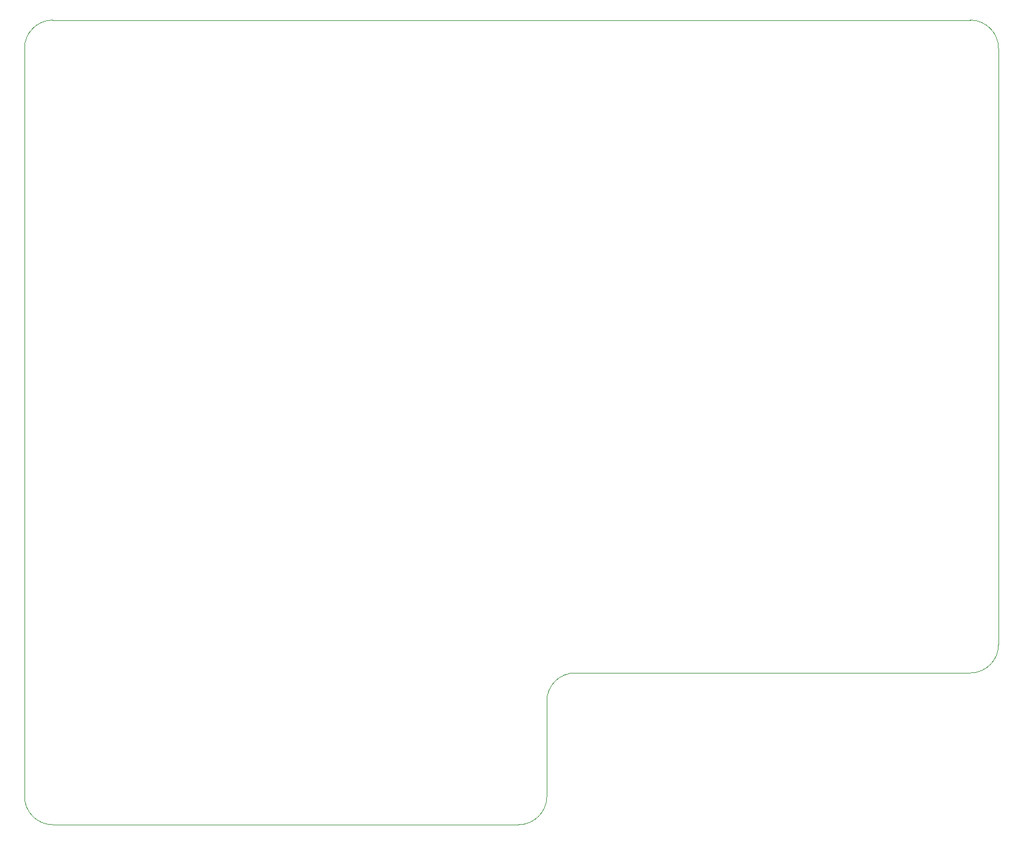
<source format=gbr>
%TF.GenerationSoftware,KiCad,Pcbnew,8.0.1*%
%TF.CreationDate,2024-03-25T17:22:26-07:00*%
%TF.ProjectId,Delay02,44656c61-7930-4322-9e6b-696361645f70,rev?*%
%TF.SameCoordinates,Original*%
%TF.FileFunction,Profile,NP*%
%FSLAX46Y46*%
G04 Gerber Fmt 4.6, Leading zero omitted, Abs format (unit mm)*
G04 Created by KiCad (PCBNEW 8.0.1) date 2024-03-25 17:22:26*
%MOMM*%
%LPD*%
G01*
G04 APERTURE LIST*
%TA.AperFunction,Profile*%
%ADD10C,0.050000*%
%TD*%
G04 APERTURE END LIST*
D10*
X109080000Y-126410000D02*
G75*
G02*
X113080000Y-122410000I4000000J0D01*
G01*
X35080000Y-33910000D02*
G75*
G02*
X39080000Y-29910000I4000000J0D01*
G01*
X39080000Y-29910000D02*
X169080000Y-29910000D01*
X109080000Y-139910000D02*
G75*
G02*
X105080000Y-143910000I-4000000J0D01*
G01*
X39080000Y-143910000D02*
G75*
G02*
X35080000Y-139910000I0J4000000D01*
G01*
X109080000Y-126410000D02*
X109080000Y-139910000D01*
X173080000Y-118410000D02*
G75*
G02*
X169080000Y-122410000I-4000000J0D01*
G01*
X173080000Y-33910000D02*
X173080000Y-118410000D01*
X169080000Y-29910000D02*
G75*
G02*
X173080000Y-33910000I0J-4000000D01*
G01*
X105080000Y-143910000D02*
X39080000Y-143910000D01*
X35080000Y-139910000D02*
X35080000Y-33910000D01*
X169080000Y-122410000D02*
X113080000Y-122410000D01*
M02*

</source>
